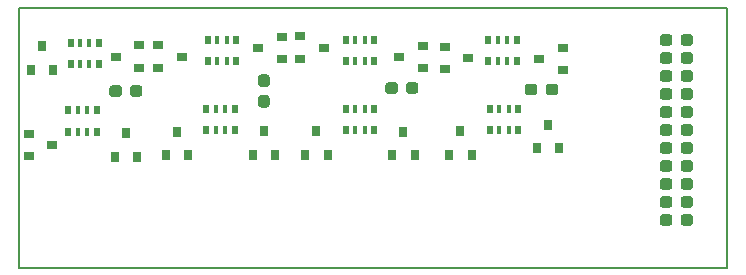
<source format=gbr>
G04 #@! TF.GenerationSoftware,KiCad,Pcbnew,(5.1.0-rc2-21-g16b3c80a7)*
G04 #@! TF.CreationDate,2019-05-25T16:35:41+02:00*
G04 #@! TF.ProjectId,Analog_Input_Module,416e616c-6f67-45f4-996e-7075745f4d6f,R2.1*
G04 #@! TF.SameCoordinates,Original*
G04 #@! TF.FileFunction,Paste,Top*
G04 #@! TF.FilePolarity,Positive*
%FSLAX46Y46*%
G04 Gerber Fmt 4.6, Leading zero omitted, Abs format (unit mm)*
G04 Created by KiCad (PCBNEW (5.1.0-rc2-21-g16b3c80a7)) date 2019-05-25 16:35:41*
%MOMM*%
%LPD*%
G04 APERTURE LIST*
%ADD10C,0.150000*%
%ADD11R,0.800000X0.900000*%
%ADD12R,0.900000X0.800000*%
%ADD13R,0.500000X0.800000*%
%ADD14R,0.400000X0.800000*%
%ADD15C,0.100000*%
%ADD16C,0.950000*%
G04 APERTURE END LIST*
D10*
X80000000Y-42000000D02*
X80000000Y-20000000D01*
X80000000Y-20000000D02*
X20000000Y-20000000D01*
X80000000Y-42000000D02*
X20000000Y-42000000D01*
X20000000Y-20000000D02*
X20000000Y-42000000D01*
D11*
X29083000Y-30623000D03*
X30033000Y-32623000D03*
X28133000Y-32623000D03*
X57404000Y-30432500D03*
X58354000Y-32432500D03*
X56454000Y-32432500D03*
D12*
X22844000Y-31623000D03*
X20844000Y-32573000D03*
X20844000Y-30673000D03*
D11*
X40767000Y-30432500D03*
X41717000Y-32432500D03*
X39817000Y-32432500D03*
D12*
X58086500Y-24257000D03*
X56086500Y-25207000D03*
X56086500Y-23307000D03*
X40275000Y-23431500D03*
X42275000Y-22481500D03*
X42275000Y-24381500D03*
X28210000Y-24130000D03*
X30210000Y-23180000D03*
X30210000Y-25080000D03*
D11*
X64833500Y-29908500D03*
X65783500Y-31908500D03*
X63883500Y-31908500D03*
D12*
X64087500Y-24320500D03*
X66087500Y-23370500D03*
X66087500Y-25270500D03*
D11*
X33401000Y-30496000D03*
X34351000Y-32496000D03*
X32451000Y-32496000D03*
D12*
X45831000Y-23368000D03*
X43831000Y-24318000D03*
X43831000Y-22418000D03*
D11*
X45212000Y-30432500D03*
X46162000Y-32432500D03*
X44262000Y-32432500D03*
D12*
X33829500Y-24130000D03*
X31829500Y-25080000D03*
X31829500Y-23180000D03*
X52213000Y-24193500D03*
X54213000Y-23243500D03*
X54213000Y-25143500D03*
D11*
X52578000Y-30496000D03*
X53528000Y-32496000D03*
X51628000Y-32496000D03*
X21971000Y-23257000D03*
X22921000Y-25257000D03*
X21021000Y-25257000D03*
D13*
X59760000Y-24522000D03*
D14*
X60560000Y-24522000D03*
D13*
X62160000Y-24522000D03*
D14*
X61360000Y-24522000D03*
D13*
X59760000Y-22722000D03*
D14*
X61360000Y-22722000D03*
X60560000Y-22722000D03*
D13*
X62160000Y-22722000D03*
X47714000Y-24522000D03*
D14*
X48514000Y-24522000D03*
D13*
X50114000Y-24522000D03*
D14*
X49314000Y-24522000D03*
D13*
X47714000Y-22722000D03*
D14*
X49314000Y-22722000D03*
X48514000Y-22722000D03*
D13*
X50114000Y-22722000D03*
X62287000Y-28564000D03*
D14*
X61487000Y-28564000D03*
D13*
X59887000Y-28564000D03*
D14*
X60687000Y-28564000D03*
D13*
X62287000Y-30364000D03*
D14*
X60687000Y-30364000D03*
X61487000Y-30364000D03*
D13*
X59887000Y-30364000D03*
X50095000Y-28564000D03*
D14*
X49295000Y-28564000D03*
D13*
X47695000Y-28564000D03*
D14*
X48495000Y-28564000D03*
D13*
X50095000Y-30364000D03*
D14*
X48495000Y-30364000D03*
X49295000Y-30364000D03*
D13*
X47695000Y-30364000D03*
X36011000Y-24522000D03*
D14*
X36811000Y-24522000D03*
D13*
X38411000Y-24522000D03*
D14*
X37611000Y-24522000D03*
D13*
X36011000Y-22722000D03*
D14*
X37611000Y-22722000D03*
X36811000Y-22722000D03*
D13*
X38411000Y-22722000D03*
X24390500Y-24776000D03*
D14*
X25190500Y-24776000D03*
D13*
X26790500Y-24776000D03*
D14*
X25990500Y-24776000D03*
D13*
X24390500Y-22976000D03*
D14*
X25990500Y-22976000D03*
X25190500Y-22976000D03*
D13*
X26790500Y-22976000D03*
X38284000Y-28564000D03*
D14*
X37484000Y-28564000D03*
D13*
X35884000Y-28564000D03*
D14*
X36684000Y-28564000D03*
D13*
X38284000Y-30364000D03*
D14*
X36684000Y-30364000D03*
X37484000Y-30364000D03*
D13*
X35884000Y-30364000D03*
X26600000Y-28691000D03*
D14*
X25800000Y-28691000D03*
D13*
X24200000Y-28691000D03*
D14*
X25000000Y-28691000D03*
D13*
X26600000Y-30491000D03*
D14*
X25000000Y-30491000D03*
X25800000Y-30491000D03*
D13*
X24200000Y-30491000D03*
D15*
G36*
X76877779Y-26831144D02*
G01*
X76900834Y-26834563D01*
X76923443Y-26840227D01*
X76945387Y-26848079D01*
X76966457Y-26858044D01*
X76986448Y-26870026D01*
X77005168Y-26883910D01*
X77022438Y-26899562D01*
X77038090Y-26916832D01*
X77051974Y-26935552D01*
X77063956Y-26955543D01*
X77073921Y-26976613D01*
X77081773Y-26998557D01*
X77087437Y-27021166D01*
X77090856Y-27044221D01*
X77092000Y-27067500D01*
X77092000Y-27542500D01*
X77090856Y-27565779D01*
X77087437Y-27588834D01*
X77081773Y-27611443D01*
X77073921Y-27633387D01*
X77063956Y-27654457D01*
X77051974Y-27674448D01*
X77038090Y-27693168D01*
X77022438Y-27710438D01*
X77005168Y-27726090D01*
X76986448Y-27739974D01*
X76966457Y-27751956D01*
X76945387Y-27761921D01*
X76923443Y-27769773D01*
X76900834Y-27775437D01*
X76877779Y-27778856D01*
X76854500Y-27780000D01*
X76279500Y-27780000D01*
X76256221Y-27778856D01*
X76233166Y-27775437D01*
X76210557Y-27769773D01*
X76188613Y-27761921D01*
X76167543Y-27751956D01*
X76147552Y-27739974D01*
X76128832Y-27726090D01*
X76111562Y-27710438D01*
X76095910Y-27693168D01*
X76082026Y-27674448D01*
X76070044Y-27654457D01*
X76060079Y-27633387D01*
X76052227Y-27611443D01*
X76046563Y-27588834D01*
X76043144Y-27565779D01*
X76042000Y-27542500D01*
X76042000Y-27067500D01*
X76043144Y-27044221D01*
X76046563Y-27021166D01*
X76052227Y-26998557D01*
X76060079Y-26976613D01*
X76070044Y-26955543D01*
X76082026Y-26935552D01*
X76095910Y-26916832D01*
X76111562Y-26899562D01*
X76128832Y-26883910D01*
X76147552Y-26870026D01*
X76167543Y-26858044D01*
X76188613Y-26848079D01*
X76210557Y-26840227D01*
X76233166Y-26834563D01*
X76256221Y-26831144D01*
X76279500Y-26830000D01*
X76854500Y-26830000D01*
X76877779Y-26831144D01*
X76877779Y-26831144D01*
G37*
D16*
X76567000Y-27305000D03*
D15*
G36*
X75127779Y-26831144D02*
G01*
X75150834Y-26834563D01*
X75173443Y-26840227D01*
X75195387Y-26848079D01*
X75216457Y-26858044D01*
X75236448Y-26870026D01*
X75255168Y-26883910D01*
X75272438Y-26899562D01*
X75288090Y-26916832D01*
X75301974Y-26935552D01*
X75313956Y-26955543D01*
X75323921Y-26976613D01*
X75331773Y-26998557D01*
X75337437Y-27021166D01*
X75340856Y-27044221D01*
X75342000Y-27067500D01*
X75342000Y-27542500D01*
X75340856Y-27565779D01*
X75337437Y-27588834D01*
X75331773Y-27611443D01*
X75323921Y-27633387D01*
X75313956Y-27654457D01*
X75301974Y-27674448D01*
X75288090Y-27693168D01*
X75272438Y-27710438D01*
X75255168Y-27726090D01*
X75236448Y-27739974D01*
X75216457Y-27751956D01*
X75195387Y-27761921D01*
X75173443Y-27769773D01*
X75150834Y-27775437D01*
X75127779Y-27778856D01*
X75104500Y-27780000D01*
X74529500Y-27780000D01*
X74506221Y-27778856D01*
X74483166Y-27775437D01*
X74460557Y-27769773D01*
X74438613Y-27761921D01*
X74417543Y-27751956D01*
X74397552Y-27739974D01*
X74378832Y-27726090D01*
X74361562Y-27710438D01*
X74345910Y-27693168D01*
X74332026Y-27674448D01*
X74320044Y-27654457D01*
X74310079Y-27633387D01*
X74302227Y-27611443D01*
X74296563Y-27588834D01*
X74293144Y-27565779D01*
X74292000Y-27542500D01*
X74292000Y-27067500D01*
X74293144Y-27044221D01*
X74296563Y-27021166D01*
X74302227Y-26998557D01*
X74310079Y-26976613D01*
X74320044Y-26955543D01*
X74332026Y-26935552D01*
X74345910Y-26916832D01*
X74361562Y-26899562D01*
X74378832Y-26883910D01*
X74397552Y-26870026D01*
X74417543Y-26858044D01*
X74438613Y-26848079D01*
X74460557Y-26840227D01*
X74483166Y-26834563D01*
X74506221Y-26831144D01*
X74529500Y-26830000D01*
X75104500Y-26830000D01*
X75127779Y-26831144D01*
X75127779Y-26831144D01*
G37*
D16*
X74817000Y-27305000D03*
D15*
G36*
X76877779Y-28355144D02*
G01*
X76900834Y-28358563D01*
X76923443Y-28364227D01*
X76945387Y-28372079D01*
X76966457Y-28382044D01*
X76986448Y-28394026D01*
X77005168Y-28407910D01*
X77022438Y-28423562D01*
X77038090Y-28440832D01*
X77051974Y-28459552D01*
X77063956Y-28479543D01*
X77073921Y-28500613D01*
X77081773Y-28522557D01*
X77087437Y-28545166D01*
X77090856Y-28568221D01*
X77092000Y-28591500D01*
X77092000Y-29066500D01*
X77090856Y-29089779D01*
X77087437Y-29112834D01*
X77081773Y-29135443D01*
X77073921Y-29157387D01*
X77063956Y-29178457D01*
X77051974Y-29198448D01*
X77038090Y-29217168D01*
X77022438Y-29234438D01*
X77005168Y-29250090D01*
X76986448Y-29263974D01*
X76966457Y-29275956D01*
X76945387Y-29285921D01*
X76923443Y-29293773D01*
X76900834Y-29299437D01*
X76877779Y-29302856D01*
X76854500Y-29304000D01*
X76279500Y-29304000D01*
X76256221Y-29302856D01*
X76233166Y-29299437D01*
X76210557Y-29293773D01*
X76188613Y-29285921D01*
X76167543Y-29275956D01*
X76147552Y-29263974D01*
X76128832Y-29250090D01*
X76111562Y-29234438D01*
X76095910Y-29217168D01*
X76082026Y-29198448D01*
X76070044Y-29178457D01*
X76060079Y-29157387D01*
X76052227Y-29135443D01*
X76046563Y-29112834D01*
X76043144Y-29089779D01*
X76042000Y-29066500D01*
X76042000Y-28591500D01*
X76043144Y-28568221D01*
X76046563Y-28545166D01*
X76052227Y-28522557D01*
X76060079Y-28500613D01*
X76070044Y-28479543D01*
X76082026Y-28459552D01*
X76095910Y-28440832D01*
X76111562Y-28423562D01*
X76128832Y-28407910D01*
X76147552Y-28394026D01*
X76167543Y-28382044D01*
X76188613Y-28372079D01*
X76210557Y-28364227D01*
X76233166Y-28358563D01*
X76256221Y-28355144D01*
X76279500Y-28354000D01*
X76854500Y-28354000D01*
X76877779Y-28355144D01*
X76877779Y-28355144D01*
G37*
D16*
X76567000Y-28829000D03*
D15*
G36*
X75127779Y-28355144D02*
G01*
X75150834Y-28358563D01*
X75173443Y-28364227D01*
X75195387Y-28372079D01*
X75216457Y-28382044D01*
X75236448Y-28394026D01*
X75255168Y-28407910D01*
X75272438Y-28423562D01*
X75288090Y-28440832D01*
X75301974Y-28459552D01*
X75313956Y-28479543D01*
X75323921Y-28500613D01*
X75331773Y-28522557D01*
X75337437Y-28545166D01*
X75340856Y-28568221D01*
X75342000Y-28591500D01*
X75342000Y-29066500D01*
X75340856Y-29089779D01*
X75337437Y-29112834D01*
X75331773Y-29135443D01*
X75323921Y-29157387D01*
X75313956Y-29178457D01*
X75301974Y-29198448D01*
X75288090Y-29217168D01*
X75272438Y-29234438D01*
X75255168Y-29250090D01*
X75236448Y-29263974D01*
X75216457Y-29275956D01*
X75195387Y-29285921D01*
X75173443Y-29293773D01*
X75150834Y-29299437D01*
X75127779Y-29302856D01*
X75104500Y-29304000D01*
X74529500Y-29304000D01*
X74506221Y-29302856D01*
X74483166Y-29299437D01*
X74460557Y-29293773D01*
X74438613Y-29285921D01*
X74417543Y-29275956D01*
X74397552Y-29263974D01*
X74378832Y-29250090D01*
X74361562Y-29234438D01*
X74345910Y-29217168D01*
X74332026Y-29198448D01*
X74320044Y-29178457D01*
X74310079Y-29157387D01*
X74302227Y-29135443D01*
X74296563Y-29112834D01*
X74293144Y-29089779D01*
X74292000Y-29066500D01*
X74292000Y-28591500D01*
X74293144Y-28568221D01*
X74296563Y-28545166D01*
X74302227Y-28522557D01*
X74310079Y-28500613D01*
X74320044Y-28479543D01*
X74332026Y-28459552D01*
X74345910Y-28440832D01*
X74361562Y-28423562D01*
X74378832Y-28407910D01*
X74397552Y-28394026D01*
X74417543Y-28382044D01*
X74438613Y-28372079D01*
X74460557Y-28364227D01*
X74483166Y-28358563D01*
X74506221Y-28355144D01*
X74529500Y-28354000D01*
X75104500Y-28354000D01*
X75127779Y-28355144D01*
X75127779Y-28355144D01*
G37*
D16*
X74817000Y-28829000D03*
D15*
G36*
X76877779Y-25307144D02*
G01*
X76900834Y-25310563D01*
X76923443Y-25316227D01*
X76945387Y-25324079D01*
X76966457Y-25334044D01*
X76986448Y-25346026D01*
X77005168Y-25359910D01*
X77022438Y-25375562D01*
X77038090Y-25392832D01*
X77051974Y-25411552D01*
X77063956Y-25431543D01*
X77073921Y-25452613D01*
X77081773Y-25474557D01*
X77087437Y-25497166D01*
X77090856Y-25520221D01*
X77092000Y-25543500D01*
X77092000Y-26018500D01*
X77090856Y-26041779D01*
X77087437Y-26064834D01*
X77081773Y-26087443D01*
X77073921Y-26109387D01*
X77063956Y-26130457D01*
X77051974Y-26150448D01*
X77038090Y-26169168D01*
X77022438Y-26186438D01*
X77005168Y-26202090D01*
X76986448Y-26215974D01*
X76966457Y-26227956D01*
X76945387Y-26237921D01*
X76923443Y-26245773D01*
X76900834Y-26251437D01*
X76877779Y-26254856D01*
X76854500Y-26256000D01*
X76279500Y-26256000D01*
X76256221Y-26254856D01*
X76233166Y-26251437D01*
X76210557Y-26245773D01*
X76188613Y-26237921D01*
X76167543Y-26227956D01*
X76147552Y-26215974D01*
X76128832Y-26202090D01*
X76111562Y-26186438D01*
X76095910Y-26169168D01*
X76082026Y-26150448D01*
X76070044Y-26130457D01*
X76060079Y-26109387D01*
X76052227Y-26087443D01*
X76046563Y-26064834D01*
X76043144Y-26041779D01*
X76042000Y-26018500D01*
X76042000Y-25543500D01*
X76043144Y-25520221D01*
X76046563Y-25497166D01*
X76052227Y-25474557D01*
X76060079Y-25452613D01*
X76070044Y-25431543D01*
X76082026Y-25411552D01*
X76095910Y-25392832D01*
X76111562Y-25375562D01*
X76128832Y-25359910D01*
X76147552Y-25346026D01*
X76167543Y-25334044D01*
X76188613Y-25324079D01*
X76210557Y-25316227D01*
X76233166Y-25310563D01*
X76256221Y-25307144D01*
X76279500Y-25306000D01*
X76854500Y-25306000D01*
X76877779Y-25307144D01*
X76877779Y-25307144D01*
G37*
D16*
X76567000Y-25781000D03*
D15*
G36*
X75127779Y-25307144D02*
G01*
X75150834Y-25310563D01*
X75173443Y-25316227D01*
X75195387Y-25324079D01*
X75216457Y-25334044D01*
X75236448Y-25346026D01*
X75255168Y-25359910D01*
X75272438Y-25375562D01*
X75288090Y-25392832D01*
X75301974Y-25411552D01*
X75313956Y-25431543D01*
X75323921Y-25452613D01*
X75331773Y-25474557D01*
X75337437Y-25497166D01*
X75340856Y-25520221D01*
X75342000Y-25543500D01*
X75342000Y-26018500D01*
X75340856Y-26041779D01*
X75337437Y-26064834D01*
X75331773Y-26087443D01*
X75323921Y-26109387D01*
X75313956Y-26130457D01*
X75301974Y-26150448D01*
X75288090Y-26169168D01*
X75272438Y-26186438D01*
X75255168Y-26202090D01*
X75236448Y-26215974D01*
X75216457Y-26227956D01*
X75195387Y-26237921D01*
X75173443Y-26245773D01*
X75150834Y-26251437D01*
X75127779Y-26254856D01*
X75104500Y-26256000D01*
X74529500Y-26256000D01*
X74506221Y-26254856D01*
X74483166Y-26251437D01*
X74460557Y-26245773D01*
X74438613Y-26237921D01*
X74417543Y-26227956D01*
X74397552Y-26215974D01*
X74378832Y-26202090D01*
X74361562Y-26186438D01*
X74345910Y-26169168D01*
X74332026Y-26150448D01*
X74320044Y-26130457D01*
X74310079Y-26109387D01*
X74302227Y-26087443D01*
X74296563Y-26064834D01*
X74293144Y-26041779D01*
X74292000Y-26018500D01*
X74292000Y-25543500D01*
X74293144Y-25520221D01*
X74296563Y-25497166D01*
X74302227Y-25474557D01*
X74310079Y-25452613D01*
X74320044Y-25431543D01*
X74332026Y-25411552D01*
X74345910Y-25392832D01*
X74361562Y-25375562D01*
X74378832Y-25359910D01*
X74397552Y-25346026D01*
X74417543Y-25334044D01*
X74438613Y-25324079D01*
X74460557Y-25316227D01*
X74483166Y-25310563D01*
X74506221Y-25307144D01*
X74529500Y-25306000D01*
X75104500Y-25306000D01*
X75127779Y-25307144D01*
X75127779Y-25307144D01*
G37*
D16*
X74817000Y-25781000D03*
D15*
G36*
X76877779Y-22259144D02*
G01*
X76900834Y-22262563D01*
X76923443Y-22268227D01*
X76945387Y-22276079D01*
X76966457Y-22286044D01*
X76986448Y-22298026D01*
X77005168Y-22311910D01*
X77022438Y-22327562D01*
X77038090Y-22344832D01*
X77051974Y-22363552D01*
X77063956Y-22383543D01*
X77073921Y-22404613D01*
X77081773Y-22426557D01*
X77087437Y-22449166D01*
X77090856Y-22472221D01*
X77092000Y-22495500D01*
X77092000Y-22970500D01*
X77090856Y-22993779D01*
X77087437Y-23016834D01*
X77081773Y-23039443D01*
X77073921Y-23061387D01*
X77063956Y-23082457D01*
X77051974Y-23102448D01*
X77038090Y-23121168D01*
X77022438Y-23138438D01*
X77005168Y-23154090D01*
X76986448Y-23167974D01*
X76966457Y-23179956D01*
X76945387Y-23189921D01*
X76923443Y-23197773D01*
X76900834Y-23203437D01*
X76877779Y-23206856D01*
X76854500Y-23208000D01*
X76279500Y-23208000D01*
X76256221Y-23206856D01*
X76233166Y-23203437D01*
X76210557Y-23197773D01*
X76188613Y-23189921D01*
X76167543Y-23179956D01*
X76147552Y-23167974D01*
X76128832Y-23154090D01*
X76111562Y-23138438D01*
X76095910Y-23121168D01*
X76082026Y-23102448D01*
X76070044Y-23082457D01*
X76060079Y-23061387D01*
X76052227Y-23039443D01*
X76046563Y-23016834D01*
X76043144Y-22993779D01*
X76042000Y-22970500D01*
X76042000Y-22495500D01*
X76043144Y-22472221D01*
X76046563Y-22449166D01*
X76052227Y-22426557D01*
X76060079Y-22404613D01*
X76070044Y-22383543D01*
X76082026Y-22363552D01*
X76095910Y-22344832D01*
X76111562Y-22327562D01*
X76128832Y-22311910D01*
X76147552Y-22298026D01*
X76167543Y-22286044D01*
X76188613Y-22276079D01*
X76210557Y-22268227D01*
X76233166Y-22262563D01*
X76256221Y-22259144D01*
X76279500Y-22258000D01*
X76854500Y-22258000D01*
X76877779Y-22259144D01*
X76877779Y-22259144D01*
G37*
D16*
X76567000Y-22733000D03*
D15*
G36*
X75127779Y-22259144D02*
G01*
X75150834Y-22262563D01*
X75173443Y-22268227D01*
X75195387Y-22276079D01*
X75216457Y-22286044D01*
X75236448Y-22298026D01*
X75255168Y-22311910D01*
X75272438Y-22327562D01*
X75288090Y-22344832D01*
X75301974Y-22363552D01*
X75313956Y-22383543D01*
X75323921Y-22404613D01*
X75331773Y-22426557D01*
X75337437Y-22449166D01*
X75340856Y-22472221D01*
X75342000Y-22495500D01*
X75342000Y-22970500D01*
X75340856Y-22993779D01*
X75337437Y-23016834D01*
X75331773Y-23039443D01*
X75323921Y-23061387D01*
X75313956Y-23082457D01*
X75301974Y-23102448D01*
X75288090Y-23121168D01*
X75272438Y-23138438D01*
X75255168Y-23154090D01*
X75236448Y-23167974D01*
X75216457Y-23179956D01*
X75195387Y-23189921D01*
X75173443Y-23197773D01*
X75150834Y-23203437D01*
X75127779Y-23206856D01*
X75104500Y-23208000D01*
X74529500Y-23208000D01*
X74506221Y-23206856D01*
X74483166Y-23203437D01*
X74460557Y-23197773D01*
X74438613Y-23189921D01*
X74417543Y-23179956D01*
X74397552Y-23167974D01*
X74378832Y-23154090D01*
X74361562Y-23138438D01*
X74345910Y-23121168D01*
X74332026Y-23102448D01*
X74320044Y-23082457D01*
X74310079Y-23061387D01*
X74302227Y-23039443D01*
X74296563Y-23016834D01*
X74293144Y-22993779D01*
X74292000Y-22970500D01*
X74292000Y-22495500D01*
X74293144Y-22472221D01*
X74296563Y-22449166D01*
X74302227Y-22426557D01*
X74310079Y-22404613D01*
X74320044Y-22383543D01*
X74332026Y-22363552D01*
X74345910Y-22344832D01*
X74361562Y-22327562D01*
X74378832Y-22311910D01*
X74397552Y-22298026D01*
X74417543Y-22286044D01*
X74438613Y-22276079D01*
X74460557Y-22268227D01*
X74483166Y-22262563D01*
X74506221Y-22259144D01*
X74529500Y-22258000D01*
X75104500Y-22258000D01*
X75127779Y-22259144D01*
X75127779Y-22259144D01*
G37*
D16*
X74817000Y-22733000D03*
D15*
G36*
X76877779Y-23783144D02*
G01*
X76900834Y-23786563D01*
X76923443Y-23792227D01*
X76945387Y-23800079D01*
X76966457Y-23810044D01*
X76986448Y-23822026D01*
X77005168Y-23835910D01*
X77022438Y-23851562D01*
X77038090Y-23868832D01*
X77051974Y-23887552D01*
X77063956Y-23907543D01*
X77073921Y-23928613D01*
X77081773Y-23950557D01*
X77087437Y-23973166D01*
X77090856Y-23996221D01*
X77092000Y-24019500D01*
X77092000Y-24494500D01*
X77090856Y-24517779D01*
X77087437Y-24540834D01*
X77081773Y-24563443D01*
X77073921Y-24585387D01*
X77063956Y-24606457D01*
X77051974Y-24626448D01*
X77038090Y-24645168D01*
X77022438Y-24662438D01*
X77005168Y-24678090D01*
X76986448Y-24691974D01*
X76966457Y-24703956D01*
X76945387Y-24713921D01*
X76923443Y-24721773D01*
X76900834Y-24727437D01*
X76877779Y-24730856D01*
X76854500Y-24732000D01*
X76279500Y-24732000D01*
X76256221Y-24730856D01*
X76233166Y-24727437D01*
X76210557Y-24721773D01*
X76188613Y-24713921D01*
X76167543Y-24703956D01*
X76147552Y-24691974D01*
X76128832Y-24678090D01*
X76111562Y-24662438D01*
X76095910Y-24645168D01*
X76082026Y-24626448D01*
X76070044Y-24606457D01*
X76060079Y-24585387D01*
X76052227Y-24563443D01*
X76046563Y-24540834D01*
X76043144Y-24517779D01*
X76042000Y-24494500D01*
X76042000Y-24019500D01*
X76043144Y-23996221D01*
X76046563Y-23973166D01*
X76052227Y-23950557D01*
X76060079Y-23928613D01*
X76070044Y-23907543D01*
X76082026Y-23887552D01*
X76095910Y-23868832D01*
X76111562Y-23851562D01*
X76128832Y-23835910D01*
X76147552Y-23822026D01*
X76167543Y-23810044D01*
X76188613Y-23800079D01*
X76210557Y-23792227D01*
X76233166Y-23786563D01*
X76256221Y-23783144D01*
X76279500Y-23782000D01*
X76854500Y-23782000D01*
X76877779Y-23783144D01*
X76877779Y-23783144D01*
G37*
D16*
X76567000Y-24257000D03*
D15*
G36*
X75127779Y-23783144D02*
G01*
X75150834Y-23786563D01*
X75173443Y-23792227D01*
X75195387Y-23800079D01*
X75216457Y-23810044D01*
X75236448Y-23822026D01*
X75255168Y-23835910D01*
X75272438Y-23851562D01*
X75288090Y-23868832D01*
X75301974Y-23887552D01*
X75313956Y-23907543D01*
X75323921Y-23928613D01*
X75331773Y-23950557D01*
X75337437Y-23973166D01*
X75340856Y-23996221D01*
X75342000Y-24019500D01*
X75342000Y-24494500D01*
X75340856Y-24517779D01*
X75337437Y-24540834D01*
X75331773Y-24563443D01*
X75323921Y-24585387D01*
X75313956Y-24606457D01*
X75301974Y-24626448D01*
X75288090Y-24645168D01*
X75272438Y-24662438D01*
X75255168Y-24678090D01*
X75236448Y-24691974D01*
X75216457Y-24703956D01*
X75195387Y-24713921D01*
X75173443Y-24721773D01*
X75150834Y-24727437D01*
X75127779Y-24730856D01*
X75104500Y-24732000D01*
X74529500Y-24732000D01*
X74506221Y-24730856D01*
X74483166Y-24727437D01*
X74460557Y-24721773D01*
X74438613Y-24713921D01*
X74417543Y-24703956D01*
X74397552Y-24691974D01*
X74378832Y-24678090D01*
X74361562Y-24662438D01*
X74345910Y-24645168D01*
X74332026Y-24626448D01*
X74320044Y-24606457D01*
X74310079Y-24585387D01*
X74302227Y-24563443D01*
X74296563Y-24540834D01*
X74293144Y-24517779D01*
X74292000Y-24494500D01*
X74292000Y-24019500D01*
X74293144Y-23996221D01*
X74296563Y-23973166D01*
X74302227Y-23950557D01*
X74310079Y-23928613D01*
X74320044Y-23907543D01*
X74332026Y-23887552D01*
X74345910Y-23868832D01*
X74361562Y-23851562D01*
X74378832Y-23835910D01*
X74397552Y-23822026D01*
X74417543Y-23810044D01*
X74438613Y-23800079D01*
X74460557Y-23792227D01*
X74483166Y-23786563D01*
X74506221Y-23783144D01*
X74529500Y-23782000D01*
X75104500Y-23782000D01*
X75127779Y-23783144D01*
X75127779Y-23783144D01*
G37*
D16*
X74817000Y-24257000D03*
D15*
G36*
X76877779Y-32927144D02*
G01*
X76900834Y-32930563D01*
X76923443Y-32936227D01*
X76945387Y-32944079D01*
X76966457Y-32954044D01*
X76986448Y-32966026D01*
X77005168Y-32979910D01*
X77022438Y-32995562D01*
X77038090Y-33012832D01*
X77051974Y-33031552D01*
X77063956Y-33051543D01*
X77073921Y-33072613D01*
X77081773Y-33094557D01*
X77087437Y-33117166D01*
X77090856Y-33140221D01*
X77092000Y-33163500D01*
X77092000Y-33638500D01*
X77090856Y-33661779D01*
X77087437Y-33684834D01*
X77081773Y-33707443D01*
X77073921Y-33729387D01*
X77063956Y-33750457D01*
X77051974Y-33770448D01*
X77038090Y-33789168D01*
X77022438Y-33806438D01*
X77005168Y-33822090D01*
X76986448Y-33835974D01*
X76966457Y-33847956D01*
X76945387Y-33857921D01*
X76923443Y-33865773D01*
X76900834Y-33871437D01*
X76877779Y-33874856D01*
X76854500Y-33876000D01*
X76279500Y-33876000D01*
X76256221Y-33874856D01*
X76233166Y-33871437D01*
X76210557Y-33865773D01*
X76188613Y-33857921D01*
X76167543Y-33847956D01*
X76147552Y-33835974D01*
X76128832Y-33822090D01*
X76111562Y-33806438D01*
X76095910Y-33789168D01*
X76082026Y-33770448D01*
X76070044Y-33750457D01*
X76060079Y-33729387D01*
X76052227Y-33707443D01*
X76046563Y-33684834D01*
X76043144Y-33661779D01*
X76042000Y-33638500D01*
X76042000Y-33163500D01*
X76043144Y-33140221D01*
X76046563Y-33117166D01*
X76052227Y-33094557D01*
X76060079Y-33072613D01*
X76070044Y-33051543D01*
X76082026Y-33031552D01*
X76095910Y-33012832D01*
X76111562Y-32995562D01*
X76128832Y-32979910D01*
X76147552Y-32966026D01*
X76167543Y-32954044D01*
X76188613Y-32944079D01*
X76210557Y-32936227D01*
X76233166Y-32930563D01*
X76256221Y-32927144D01*
X76279500Y-32926000D01*
X76854500Y-32926000D01*
X76877779Y-32927144D01*
X76877779Y-32927144D01*
G37*
D16*
X76567000Y-33401000D03*
D15*
G36*
X75127779Y-32927144D02*
G01*
X75150834Y-32930563D01*
X75173443Y-32936227D01*
X75195387Y-32944079D01*
X75216457Y-32954044D01*
X75236448Y-32966026D01*
X75255168Y-32979910D01*
X75272438Y-32995562D01*
X75288090Y-33012832D01*
X75301974Y-33031552D01*
X75313956Y-33051543D01*
X75323921Y-33072613D01*
X75331773Y-33094557D01*
X75337437Y-33117166D01*
X75340856Y-33140221D01*
X75342000Y-33163500D01*
X75342000Y-33638500D01*
X75340856Y-33661779D01*
X75337437Y-33684834D01*
X75331773Y-33707443D01*
X75323921Y-33729387D01*
X75313956Y-33750457D01*
X75301974Y-33770448D01*
X75288090Y-33789168D01*
X75272438Y-33806438D01*
X75255168Y-33822090D01*
X75236448Y-33835974D01*
X75216457Y-33847956D01*
X75195387Y-33857921D01*
X75173443Y-33865773D01*
X75150834Y-33871437D01*
X75127779Y-33874856D01*
X75104500Y-33876000D01*
X74529500Y-33876000D01*
X74506221Y-33874856D01*
X74483166Y-33871437D01*
X74460557Y-33865773D01*
X74438613Y-33857921D01*
X74417543Y-33847956D01*
X74397552Y-33835974D01*
X74378832Y-33822090D01*
X74361562Y-33806438D01*
X74345910Y-33789168D01*
X74332026Y-33770448D01*
X74320044Y-33750457D01*
X74310079Y-33729387D01*
X74302227Y-33707443D01*
X74296563Y-33684834D01*
X74293144Y-33661779D01*
X74292000Y-33638500D01*
X74292000Y-33163500D01*
X74293144Y-33140221D01*
X74296563Y-33117166D01*
X74302227Y-33094557D01*
X74310079Y-33072613D01*
X74320044Y-33051543D01*
X74332026Y-33031552D01*
X74345910Y-33012832D01*
X74361562Y-32995562D01*
X74378832Y-32979910D01*
X74397552Y-32966026D01*
X74417543Y-32954044D01*
X74438613Y-32944079D01*
X74460557Y-32936227D01*
X74483166Y-32930563D01*
X74506221Y-32927144D01*
X74529500Y-32926000D01*
X75104500Y-32926000D01*
X75127779Y-32927144D01*
X75127779Y-32927144D01*
G37*
D16*
X74817000Y-33401000D03*
D15*
G36*
X75127779Y-29879144D02*
G01*
X75150834Y-29882563D01*
X75173443Y-29888227D01*
X75195387Y-29896079D01*
X75216457Y-29906044D01*
X75236448Y-29918026D01*
X75255168Y-29931910D01*
X75272438Y-29947562D01*
X75288090Y-29964832D01*
X75301974Y-29983552D01*
X75313956Y-30003543D01*
X75323921Y-30024613D01*
X75331773Y-30046557D01*
X75337437Y-30069166D01*
X75340856Y-30092221D01*
X75342000Y-30115500D01*
X75342000Y-30590500D01*
X75340856Y-30613779D01*
X75337437Y-30636834D01*
X75331773Y-30659443D01*
X75323921Y-30681387D01*
X75313956Y-30702457D01*
X75301974Y-30722448D01*
X75288090Y-30741168D01*
X75272438Y-30758438D01*
X75255168Y-30774090D01*
X75236448Y-30787974D01*
X75216457Y-30799956D01*
X75195387Y-30809921D01*
X75173443Y-30817773D01*
X75150834Y-30823437D01*
X75127779Y-30826856D01*
X75104500Y-30828000D01*
X74529500Y-30828000D01*
X74506221Y-30826856D01*
X74483166Y-30823437D01*
X74460557Y-30817773D01*
X74438613Y-30809921D01*
X74417543Y-30799956D01*
X74397552Y-30787974D01*
X74378832Y-30774090D01*
X74361562Y-30758438D01*
X74345910Y-30741168D01*
X74332026Y-30722448D01*
X74320044Y-30702457D01*
X74310079Y-30681387D01*
X74302227Y-30659443D01*
X74296563Y-30636834D01*
X74293144Y-30613779D01*
X74292000Y-30590500D01*
X74292000Y-30115500D01*
X74293144Y-30092221D01*
X74296563Y-30069166D01*
X74302227Y-30046557D01*
X74310079Y-30024613D01*
X74320044Y-30003543D01*
X74332026Y-29983552D01*
X74345910Y-29964832D01*
X74361562Y-29947562D01*
X74378832Y-29931910D01*
X74397552Y-29918026D01*
X74417543Y-29906044D01*
X74438613Y-29896079D01*
X74460557Y-29888227D01*
X74483166Y-29882563D01*
X74506221Y-29879144D01*
X74529500Y-29878000D01*
X75104500Y-29878000D01*
X75127779Y-29879144D01*
X75127779Y-29879144D01*
G37*
D16*
X74817000Y-30353000D03*
D15*
G36*
X76877779Y-29879144D02*
G01*
X76900834Y-29882563D01*
X76923443Y-29888227D01*
X76945387Y-29896079D01*
X76966457Y-29906044D01*
X76986448Y-29918026D01*
X77005168Y-29931910D01*
X77022438Y-29947562D01*
X77038090Y-29964832D01*
X77051974Y-29983552D01*
X77063956Y-30003543D01*
X77073921Y-30024613D01*
X77081773Y-30046557D01*
X77087437Y-30069166D01*
X77090856Y-30092221D01*
X77092000Y-30115500D01*
X77092000Y-30590500D01*
X77090856Y-30613779D01*
X77087437Y-30636834D01*
X77081773Y-30659443D01*
X77073921Y-30681387D01*
X77063956Y-30702457D01*
X77051974Y-30722448D01*
X77038090Y-30741168D01*
X77022438Y-30758438D01*
X77005168Y-30774090D01*
X76986448Y-30787974D01*
X76966457Y-30799956D01*
X76945387Y-30809921D01*
X76923443Y-30817773D01*
X76900834Y-30823437D01*
X76877779Y-30826856D01*
X76854500Y-30828000D01*
X76279500Y-30828000D01*
X76256221Y-30826856D01*
X76233166Y-30823437D01*
X76210557Y-30817773D01*
X76188613Y-30809921D01*
X76167543Y-30799956D01*
X76147552Y-30787974D01*
X76128832Y-30774090D01*
X76111562Y-30758438D01*
X76095910Y-30741168D01*
X76082026Y-30722448D01*
X76070044Y-30702457D01*
X76060079Y-30681387D01*
X76052227Y-30659443D01*
X76046563Y-30636834D01*
X76043144Y-30613779D01*
X76042000Y-30590500D01*
X76042000Y-30115500D01*
X76043144Y-30092221D01*
X76046563Y-30069166D01*
X76052227Y-30046557D01*
X76060079Y-30024613D01*
X76070044Y-30003543D01*
X76082026Y-29983552D01*
X76095910Y-29964832D01*
X76111562Y-29947562D01*
X76128832Y-29931910D01*
X76147552Y-29918026D01*
X76167543Y-29906044D01*
X76188613Y-29896079D01*
X76210557Y-29888227D01*
X76233166Y-29882563D01*
X76256221Y-29879144D01*
X76279500Y-29878000D01*
X76854500Y-29878000D01*
X76877779Y-29879144D01*
X76877779Y-29879144D01*
G37*
D16*
X76567000Y-30353000D03*
D15*
G36*
X75127779Y-34451144D02*
G01*
X75150834Y-34454563D01*
X75173443Y-34460227D01*
X75195387Y-34468079D01*
X75216457Y-34478044D01*
X75236448Y-34490026D01*
X75255168Y-34503910D01*
X75272438Y-34519562D01*
X75288090Y-34536832D01*
X75301974Y-34555552D01*
X75313956Y-34575543D01*
X75323921Y-34596613D01*
X75331773Y-34618557D01*
X75337437Y-34641166D01*
X75340856Y-34664221D01*
X75342000Y-34687500D01*
X75342000Y-35162500D01*
X75340856Y-35185779D01*
X75337437Y-35208834D01*
X75331773Y-35231443D01*
X75323921Y-35253387D01*
X75313956Y-35274457D01*
X75301974Y-35294448D01*
X75288090Y-35313168D01*
X75272438Y-35330438D01*
X75255168Y-35346090D01*
X75236448Y-35359974D01*
X75216457Y-35371956D01*
X75195387Y-35381921D01*
X75173443Y-35389773D01*
X75150834Y-35395437D01*
X75127779Y-35398856D01*
X75104500Y-35400000D01*
X74529500Y-35400000D01*
X74506221Y-35398856D01*
X74483166Y-35395437D01*
X74460557Y-35389773D01*
X74438613Y-35381921D01*
X74417543Y-35371956D01*
X74397552Y-35359974D01*
X74378832Y-35346090D01*
X74361562Y-35330438D01*
X74345910Y-35313168D01*
X74332026Y-35294448D01*
X74320044Y-35274457D01*
X74310079Y-35253387D01*
X74302227Y-35231443D01*
X74296563Y-35208834D01*
X74293144Y-35185779D01*
X74292000Y-35162500D01*
X74292000Y-34687500D01*
X74293144Y-34664221D01*
X74296563Y-34641166D01*
X74302227Y-34618557D01*
X74310079Y-34596613D01*
X74320044Y-34575543D01*
X74332026Y-34555552D01*
X74345910Y-34536832D01*
X74361562Y-34519562D01*
X74378832Y-34503910D01*
X74397552Y-34490026D01*
X74417543Y-34478044D01*
X74438613Y-34468079D01*
X74460557Y-34460227D01*
X74483166Y-34454563D01*
X74506221Y-34451144D01*
X74529500Y-34450000D01*
X75104500Y-34450000D01*
X75127779Y-34451144D01*
X75127779Y-34451144D01*
G37*
D16*
X74817000Y-34925000D03*
D15*
G36*
X76877779Y-34451144D02*
G01*
X76900834Y-34454563D01*
X76923443Y-34460227D01*
X76945387Y-34468079D01*
X76966457Y-34478044D01*
X76986448Y-34490026D01*
X77005168Y-34503910D01*
X77022438Y-34519562D01*
X77038090Y-34536832D01*
X77051974Y-34555552D01*
X77063956Y-34575543D01*
X77073921Y-34596613D01*
X77081773Y-34618557D01*
X77087437Y-34641166D01*
X77090856Y-34664221D01*
X77092000Y-34687500D01*
X77092000Y-35162500D01*
X77090856Y-35185779D01*
X77087437Y-35208834D01*
X77081773Y-35231443D01*
X77073921Y-35253387D01*
X77063956Y-35274457D01*
X77051974Y-35294448D01*
X77038090Y-35313168D01*
X77022438Y-35330438D01*
X77005168Y-35346090D01*
X76986448Y-35359974D01*
X76966457Y-35371956D01*
X76945387Y-35381921D01*
X76923443Y-35389773D01*
X76900834Y-35395437D01*
X76877779Y-35398856D01*
X76854500Y-35400000D01*
X76279500Y-35400000D01*
X76256221Y-35398856D01*
X76233166Y-35395437D01*
X76210557Y-35389773D01*
X76188613Y-35381921D01*
X76167543Y-35371956D01*
X76147552Y-35359974D01*
X76128832Y-35346090D01*
X76111562Y-35330438D01*
X76095910Y-35313168D01*
X76082026Y-35294448D01*
X76070044Y-35274457D01*
X76060079Y-35253387D01*
X76052227Y-35231443D01*
X76046563Y-35208834D01*
X76043144Y-35185779D01*
X76042000Y-35162500D01*
X76042000Y-34687500D01*
X76043144Y-34664221D01*
X76046563Y-34641166D01*
X76052227Y-34618557D01*
X76060079Y-34596613D01*
X76070044Y-34575543D01*
X76082026Y-34555552D01*
X76095910Y-34536832D01*
X76111562Y-34519562D01*
X76128832Y-34503910D01*
X76147552Y-34490026D01*
X76167543Y-34478044D01*
X76188613Y-34468079D01*
X76210557Y-34460227D01*
X76233166Y-34454563D01*
X76256221Y-34451144D01*
X76279500Y-34450000D01*
X76854500Y-34450000D01*
X76877779Y-34451144D01*
X76877779Y-34451144D01*
G37*
D16*
X76567000Y-34925000D03*
D15*
G36*
X75127779Y-35975144D02*
G01*
X75150834Y-35978563D01*
X75173443Y-35984227D01*
X75195387Y-35992079D01*
X75216457Y-36002044D01*
X75236448Y-36014026D01*
X75255168Y-36027910D01*
X75272438Y-36043562D01*
X75288090Y-36060832D01*
X75301974Y-36079552D01*
X75313956Y-36099543D01*
X75323921Y-36120613D01*
X75331773Y-36142557D01*
X75337437Y-36165166D01*
X75340856Y-36188221D01*
X75342000Y-36211500D01*
X75342000Y-36686500D01*
X75340856Y-36709779D01*
X75337437Y-36732834D01*
X75331773Y-36755443D01*
X75323921Y-36777387D01*
X75313956Y-36798457D01*
X75301974Y-36818448D01*
X75288090Y-36837168D01*
X75272438Y-36854438D01*
X75255168Y-36870090D01*
X75236448Y-36883974D01*
X75216457Y-36895956D01*
X75195387Y-36905921D01*
X75173443Y-36913773D01*
X75150834Y-36919437D01*
X75127779Y-36922856D01*
X75104500Y-36924000D01*
X74529500Y-36924000D01*
X74506221Y-36922856D01*
X74483166Y-36919437D01*
X74460557Y-36913773D01*
X74438613Y-36905921D01*
X74417543Y-36895956D01*
X74397552Y-36883974D01*
X74378832Y-36870090D01*
X74361562Y-36854438D01*
X74345910Y-36837168D01*
X74332026Y-36818448D01*
X74320044Y-36798457D01*
X74310079Y-36777387D01*
X74302227Y-36755443D01*
X74296563Y-36732834D01*
X74293144Y-36709779D01*
X74292000Y-36686500D01*
X74292000Y-36211500D01*
X74293144Y-36188221D01*
X74296563Y-36165166D01*
X74302227Y-36142557D01*
X74310079Y-36120613D01*
X74320044Y-36099543D01*
X74332026Y-36079552D01*
X74345910Y-36060832D01*
X74361562Y-36043562D01*
X74378832Y-36027910D01*
X74397552Y-36014026D01*
X74417543Y-36002044D01*
X74438613Y-35992079D01*
X74460557Y-35984227D01*
X74483166Y-35978563D01*
X74506221Y-35975144D01*
X74529500Y-35974000D01*
X75104500Y-35974000D01*
X75127779Y-35975144D01*
X75127779Y-35975144D01*
G37*
D16*
X74817000Y-36449000D03*
D15*
G36*
X76877779Y-35975144D02*
G01*
X76900834Y-35978563D01*
X76923443Y-35984227D01*
X76945387Y-35992079D01*
X76966457Y-36002044D01*
X76986448Y-36014026D01*
X77005168Y-36027910D01*
X77022438Y-36043562D01*
X77038090Y-36060832D01*
X77051974Y-36079552D01*
X77063956Y-36099543D01*
X77073921Y-36120613D01*
X77081773Y-36142557D01*
X77087437Y-36165166D01*
X77090856Y-36188221D01*
X77092000Y-36211500D01*
X77092000Y-36686500D01*
X77090856Y-36709779D01*
X77087437Y-36732834D01*
X77081773Y-36755443D01*
X77073921Y-36777387D01*
X77063956Y-36798457D01*
X77051974Y-36818448D01*
X77038090Y-36837168D01*
X77022438Y-36854438D01*
X77005168Y-36870090D01*
X76986448Y-36883974D01*
X76966457Y-36895956D01*
X76945387Y-36905921D01*
X76923443Y-36913773D01*
X76900834Y-36919437D01*
X76877779Y-36922856D01*
X76854500Y-36924000D01*
X76279500Y-36924000D01*
X76256221Y-36922856D01*
X76233166Y-36919437D01*
X76210557Y-36913773D01*
X76188613Y-36905921D01*
X76167543Y-36895956D01*
X76147552Y-36883974D01*
X76128832Y-36870090D01*
X76111562Y-36854438D01*
X76095910Y-36837168D01*
X76082026Y-36818448D01*
X76070044Y-36798457D01*
X76060079Y-36777387D01*
X76052227Y-36755443D01*
X76046563Y-36732834D01*
X76043144Y-36709779D01*
X76042000Y-36686500D01*
X76042000Y-36211500D01*
X76043144Y-36188221D01*
X76046563Y-36165166D01*
X76052227Y-36142557D01*
X76060079Y-36120613D01*
X76070044Y-36099543D01*
X76082026Y-36079552D01*
X76095910Y-36060832D01*
X76111562Y-36043562D01*
X76128832Y-36027910D01*
X76147552Y-36014026D01*
X76167543Y-36002044D01*
X76188613Y-35992079D01*
X76210557Y-35984227D01*
X76233166Y-35978563D01*
X76256221Y-35975144D01*
X76279500Y-35974000D01*
X76854500Y-35974000D01*
X76877779Y-35975144D01*
X76877779Y-35975144D01*
G37*
D16*
X76567000Y-36449000D03*
D15*
G36*
X75127779Y-31403144D02*
G01*
X75150834Y-31406563D01*
X75173443Y-31412227D01*
X75195387Y-31420079D01*
X75216457Y-31430044D01*
X75236448Y-31442026D01*
X75255168Y-31455910D01*
X75272438Y-31471562D01*
X75288090Y-31488832D01*
X75301974Y-31507552D01*
X75313956Y-31527543D01*
X75323921Y-31548613D01*
X75331773Y-31570557D01*
X75337437Y-31593166D01*
X75340856Y-31616221D01*
X75342000Y-31639500D01*
X75342000Y-32114500D01*
X75340856Y-32137779D01*
X75337437Y-32160834D01*
X75331773Y-32183443D01*
X75323921Y-32205387D01*
X75313956Y-32226457D01*
X75301974Y-32246448D01*
X75288090Y-32265168D01*
X75272438Y-32282438D01*
X75255168Y-32298090D01*
X75236448Y-32311974D01*
X75216457Y-32323956D01*
X75195387Y-32333921D01*
X75173443Y-32341773D01*
X75150834Y-32347437D01*
X75127779Y-32350856D01*
X75104500Y-32352000D01*
X74529500Y-32352000D01*
X74506221Y-32350856D01*
X74483166Y-32347437D01*
X74460557Y-32341773D01*
X74438613Y-32333921D01*
X74417543Y-32323956D01*
X74397552Y-32311974D01*
X74378832Y-32298090D01*
X74361562Y-32282438D01*
X74345910Y-32265168D01*
X74332026Y-32246448D01*
X74320044Y-32226457D01*
X74310079Y-32205387D01*
X74302227Y-32183443D01*
X74296563Y-32160834D01*
X74293144Y-32137779D01*
X74292000Y-32114500D01*
X74292000Y-31639500D01*
X74293144Y-31616221D01*
X74296563Y-31593166D01*
X74302227Y-31570557D01*
X74310079Y-31548613D01*
X74320044Y-31527543D01*
X74332026Y-31507552D01*
X74345910Y-31488832D01*
X74361562Y-31471562D01*
X74378832Y-31455910D01*
X74397552Y-31442026D01*
X74417543Y-31430044D01*
X74438613Y-31420079D01*
X74460557Y-31412227D01*
X74483166Y-31406563D01*
X74506221Y-31403144D01*
X74529500Y-31402000D01*
X75104500Y-31402000D01*
X75127779Y-31403144D01*
X75127779Y-31403144D01*
G37*
D16*
X74817000Y-31877000D03*
D15*
G36*
X76877779Y-31403144D02*
G01*
X76900834Y-31406563D01*
X76923443Y-31412227D01*
X76945387Y-31420079D01*
X76966457Y-31430044D01*
X76986448Y-31442026D01*
X77005168Y-31455910D01*
X77022438Y-31471562D01*
X77038090Y-31488832D01*
X77051974Y-31507552D01*
X77063956Y-31527543D01*
X77073921Y-31548613D01*
X77081773Y-31570557D01*
X77087437Y-31593166D01*
X77090856Y-31616221D01*
X77092000Y-31639500D01*
X77092000Y-32114500D01*
X77090856Y-32137779D01*
X77087437Y-32160834D01*
X77081773Y-32183443D01*
X77073921Y-32205387D01*
X77063956Y-32226457D01*
X77051974Y-32246448D01*
X77038090Y-32265168D01*
X77022438Y-32282438D01*
X77005168Y-32298090D01*
X76986448Y-32311974D01*
X76966457Y-32323956D01*
X76945387Y-32333921D01*
X76923443Y-32341773D01*
X76900834Y-32347437D01*
X76877779Y-32350856D01*
X76854500Y-32352000D01*
X76279500Y-32352000D01*
X76256221Y-32350856D01*
X76233166Y-32347437D01*
X76210557Y-32341773D01*
X76188613Y-32333921D01*
X76167543Y-32323956D01*
X76147552Y-32311974D01*
X76128832Y-32298090D01*
X76111562Y-32282438D01*
X76095910Y-32265168D01*
X76082026Y-32246448D01*
X76070044Y-32226457D01*
X76060079Y-32205387D01*
X76052227Y-32183443D01*
X76046563Y-32160834D01*
X76043144Y-32137779D01*
X76042000Y-32114500D01*
X76042000Y-31639500D01*
X76043144Y-31616221D01*
X76046563Y-31593166D01*
X76052227Y-31570557D01*
X76060079Y-31548613D01*
X76070044Y-31527543D01*
X76082026Y-31507552D01*
X76095910Y-31488832D01*
X76111562Y-31471562D01*
X76128832Y-31455910D01*
X76147552Y-31442026D01*
X76167543Y-31430044D01*
X76188613Y-31420079D01*
X76210557Y-31412227D01*
X76233166Y-31406563D01*
X76256221Y-31403144D01*
X76279500Y-31402000D01*
X76854500Y-31402000D01*
X76877779Y-31403144D01*
X76877779Y-31403144D01*
G37*
D16*
X76567000Y-31877000D03*
D15*
G36*
X75127779Y-37499144D02*
G01*
X75150834Y-37502563D01*
X75173443Y-37508227D01*
X75195387Y-37516079D01*
X75216457Y-37526044D01*
X75236448Y-37538026D01*
X75255168Y-37551910D01*
X75272438Y-37567562D01*
X75288090Y-37584832D01*
X75301974Y-37603552D01*
X75313956Y-37623543D01*
X75323921Y-37644613D01*
X75331773Y-37666557D01*
X75337437Y-37689166D01*
X75340856Y-37712221D01*
X75342000Y-37735500D01*
X75342000Y-38210500D01*
X75340856Y-38233779D01*
X75337437Y-38256834D01*
X75331773Y-38279443D01*
X75323921Y-38301387D01*
X75313956Y-38322457D01*
X75301974Y-38342448D01*
X75288090Y-38361168D01*
X75272438Y-38378438D01*
X75255168Y-38394090D01*
X75236448Y-38407974D01*
X75216457Y-38419956D01*
X75195387Y-38429921D01*
X75173443Y-38437773D01*
X75150834Y-38443437D01*
X75127779Y-38446856D01*
X75104500Y-38448000D01*
X74529500Y-38448000D01*
X74506221Y-38446856D01*
X74483166Y-38443437D01*
X74460557Y-38437773D01*
X74438613Y-38429921D01*
X74417543Y-38419956D01*
X74397552Y-38407974D01*
X74378832Y-38394090D01*
X74361562Y-38378438D01*
X74345910Y-38361168D01*
X74332026Y-38342448D01*
X74320044Y-38322457D01*
X74310079Y-38301387D01*
X74302227Y-38279443D01*
X74296563Y-38256834D01*
X74293144Y-38233779D01*
X74292000Y-38210500D01*
X74292000Y-37735500D01*
X74293144Y-37712221D01*
X74296563Y-37689166D01*
X74302227Y-37666557D01*
X74310079Y-37644613D01*
X74320044Y-37623543D01*
X74332026Y-37603552D01*
X74345910Y-37584832D01*
X74361562Y-37567562D01*
X74378832Y-37551910D01*
X74397552Y-37538026D01*
X74417543Y-37526044D01*
X74438613Y-37516079D01*
X74460557Y-37508227D01*
X74483166Y-37502563D01*
X74506221Y-37499144D01*
X74529500Y-37498000D01*
X75104500Y-37498000D01*
X75127779Y-37499144D01*
X75127779Y-37499144D01*
G37*
D16*
X74817000Y-37973000D03*
D15*
G36*
X76877779Y-37499144D02*
G01*
X76900834Y-37502563D01*
X76923443Y-37508227D01*
X76945387Y-37516079D01*
X76966457Y-37526044D01*
X76986448Y-37538026D01*
X77005168Y-37551910D01*
X77022438Y-37567562D01*
X77038090Y-37584832D01*
X77051974Y-37603552D01*
X77063956Y-37623543D01*
X77073921Y-37644613D01*
X77081773Y-37666557D01*
X77087437Y-37689166D01*
X77090856Y-37712221D01*
X77092000Y-37735500D01*
X77092000Y-38210500D01*
X77090856Y-38233779D01*
X77087437Y-38256834D01*
X77081773Y-38279443D01*
X77073921Y-38301387D01*
X77063956Y-38322457D01*
X77051974Y-38342448D01*
X77038090Y-38361168D01*
X77022438Y-38378438D01*
X77005168Y-38394090D01*
X76986448Y-38407974D01*
X76966457Y-38419956D01*
X76945387Y-38429921D01*
X76923443Y-38437773D01*
X76900834Y-38443437D01*
X76877779Y-38446856D01*
X76854500Y-38448000D01*
X76279500Y-38448000D01*
X76256221Y-38446856D01*
X76233166Y-38443437D01*
X76210557Y-38437773D01*
X76188613Y-38429921D01*
X76167543Y-38419956D01*
X76147552Y-38407974D01*
X76128832Y-38394090D01*
X76111562Y-38378438D01*
X76095910Y-38361168D01*
X76082026Y-38342448D01*
X76070044Y-38322457D01*
X76060079Y-38301387D01*
X76052227Y-38279443D01*
X76046563Y-38256834D01*
X76043144Y-38233779D01*
X76042000Y-38210500D01*
X76042000Y-37735500D01*
X76043144Y-37712221D01*
X76046563Y-37689166D01*
X76052227Y-37666557D01*
X76060079Y-37644613D01*
X76070044Y-37623543D01*
X76082026Y-37603552D01*
X76095910Y-37584832D01*
X76111562Y-37567562D01*
X76128832Y-37551910D01*
X76147552Y-37538026D01*
X76167543Y-37526044D01*
X76188613Y-37516079D01*
X76210557Y-37508227D01*
X76233166Y-37502563D01*
X76256221Y-37499144D01*
X76279500Y-37498000D01*
X76854500Y-37498000D01*
X76877779Y-37499144D01*
X76877779Y-37499144D01*
G37*
D16*
X76567000Y-37973000D03*
D15*
G36*
X41027779Y-25652144D02*
G01*
X41050834Y-25655563D01*
X41073443Y-25661227D01*
X41095387Y-25669079D01*
X41116457Y-25679044D01*
X41136448Y-25691026D01*
X41155168Y-25704910D01*
X41172438Y-25720562D01*
X41188090Y-25737832D01*
X41201974Y-25756552D01*
X41213956Y-25776543D01*
X41223921Y-25797613D01*
X41231773Y-25819557D01*
X41237437Y-25842166D01*
X41240856Y-25865221D01*
X41242000Y-25888500D01*
X41242000Y-26463500D01*
X41240856Y-26486779D01*
X41237437Y-26509834D01*
X41231773Y-26532443D01*
X41223921Y-26554387D01*
X41213956Y-26575457D01*
X41201974Y-26595448D01*
X41188090Y-26614168D01*
X41172438Y-26631438D01*
X41155168Y-26647090D01*
X41136448Y-26660974D01*
X41116457Y-26672956D01*
X41095387Y-26682921D01*
X41073443Y-26690773D01*
X41050834Y-26696437D01*
X41027779Y-26699856D01*
X41004500Y-26701000D01*
X40529500Y-26701000D01*
X40506221Y-26699856D01*
X40483166Y-26696437D01*
X40460557Y-26690773D01*
X40438613Y-26682921D01*
X40417543Y-26672956D01*
X40397552Y-26660974D01*
X40378832Y-26647090D01*
X40361562Y-26631438D01*
X40345910Y-26614168D01*
X40332026Y-26595448D01*
X40320044Y-26575457D01*
X40310079Y-26554387D01*
X40302227Y-26532443D01*
X40296563Y-26509834D01*
X40293144Y-26486779D01*
X40292000Y-26463500D01*
X40292000Y-25888500D01*
X40293144Y-25865221D01*
X40296563Y-25842166D01*
X40302227Y-25819557D01*
X40310079Y-25797613D01*
X40320044Y-25776543D01*
X40332026Y-25756552D01*
X40345910Y-25737832D01*
X40361562Y-25720562D01*
X40378832Y-25704910D01*
X40397552Y-25691026D01*
X40417543Y-25679044D01*
X40438613Y-25669079D01*
X40460557Y-25661227D01*
X40483166Y-25655563D01*
X40506221Y-25652144D01*
X40529500Y-25651000D01*
X41004500Y-25651000D01*
X41027779Y-25652144D01*
X41027779Y-25652144D01*
G37*
D16*
X40767000Y-26176000D03*
D15*
G36*
X41027779Y-27402144D02*
G01*
X41050834Y-27405563D01*
X41073443Y-27411227D01*
X41095387Y-27419079D01*
X41116457Y-27429044D01*
X41136448Y-27441026D01*
X41155168Y-27454910D01*
X41172438Y-27470562D01*
X41188090Y-27487832D01*
X41201974Y-27506552D01*
X41213956Y-27526543D01*
X41223921Y-27547613D01*
X41231773Y-27569557D01*
X41237437Y-27592166D01*
X41240856Y-27615221D01*
X41242000Y-27638500D01*
X41242000Y-28213500D01*
X41240856Y-28236779D01*
X41237437Y-28259834D01*
X41231773Y-28282443D01*
X41223921Y-28304387D01*
X41213956Y-28325457D01*
X41201974Y-28345448D01*
X41188090Y-28364168D01*
X41172438Y-28381438D01*
X41155168Y-28397090D01*
X41136448Y-28410974D01*
X41116457Y-28422956D01*
X41095387Y-28432921D01*
X41073443Y-28440773D01*
X41050834Y-28446437D01*
X41027779Y-28449856D01*
X41004500Y-28451000D01*
X40529500Y-28451000D01*
X40506221Y-28449856D01*
X40483166Y-28446437D01*
X40460557Y-28440773D01*
X40438613Y-28432921D01*
X40417543Y-28422956D01*
X40397552Y-28410974D01*
X40378832Y-28397090D01*
X40361562Y-28381438D01*
X40345910Y-28364168D01*
X40332026Y-28345448D01*
X40320044Y-28325457D01*
X40310079Y-28304387D01*
X40302227Y-28282443D01*
X40296563Y-28259834D01*
X40293144Y-28236779D01*
X40292000Y-28213500D01*
X40292000Y-27638500D01*
X40293144Y-27615221D01*
X40296563Y-27592166D01*
X40302227Y-27569557D01*
X40310079Y-27547613D01*
X40320044Y-27526543D01*
X40332026Y-27506552D01*
X40345910Y-27487832D01*
X40361562Y-27470562D01*
X40378832Y-27454910D01*
X40397552Y-27441026D01*
X40417543Y-27429044D01*
X40438613Y-27419079D01*
X40460557Y-27411227D01*
X40483166Y-27405563D01*
X40506221Y-27402144D01*
X40529500Y-27401000D01*
X41004500Y-27401000D01*
X41027779Y-27402144D01*
X41027779Y-27402144D01*
G37*
D16*
X40767000Y-27926000D03*
D15*
G36*
X53636779Y-26323144D02*
G01*
X53659834Y-26326563D01*
X53682443Y-26332227D01*
X53704387Y-26340079D01*
X53725457Y-26350044D01*
X53745448Y-26362026D01*
X53764168Y-26375910D01*
X53781438Y-26391562D01*
X53797090Y-26408832D01*
X53810974Y-26427552D01*
X53822956Y-26447543D01*
X53832921Y-26468613D01*
X53840773Y-26490557D01*
X53846437Y-26513166D01*
X53849856Y-26536221D01*
X53851000Y-26559500D01*
X53851000Y-27034500D01*
X53849856Y-27057779D01*
X53846437Y-27080834D01*
X53840773Y-27103443D01*
X53832921Y-27125387D01*
X53822956Y-27146457D01*
X53810974Y-27166448D01*
X53797090Y-27185168D01*
X53781438Y-27202438D01*
X53764168Y-27218090D01*
X53745448Y-27231974D01*
X53725457Y-27243956D01*
X53704387Y-27253921D01*
X53682443Y-27261773D01*
X53659834Y-27267437D01*
X53636779Y-27270856D01*
X53613500Y-27272000D01*
X53038500Y-27272000D01*
X53015221Y-27270856D01*
X52992166Y-27267437D01*
X52969557Y-27261773D01*
X52947613Y-27253921D01*
X52926543Y-27243956D01*
X52906552Y-27231974D01*
X52887832Y-27218090D01*
X52870562Y-27202438D01*
X52854910Y-27185168D01*
X52841026Y-27166448D01*
X52829044Y-27146457D01*
X52819079Y-27125387D01*
X52811227Y-27103443D01*
X52805563Y-27080834D01*
X52802144Y-27057779D01*
X52801000Y-27034500D01*
X52801000Y-26559500D01*
X52802144Y-26536221D01*
X52805563Y-26513166D01*
X52811227Y-26490557D01*
X52819079Y-26468613D01*
X52829044Y-26447543D01*
X52841026Y-26427552D01*
X52854910Y-26408832D01*
X52870562Y-26391562D01*
X52887832Y-26375910D01*
X52906552Y-26362026D01*
X52926543Y-26350044D01*
X52947613Y-26340079D01*
X52969557Y-26332227D01*
X52992166Y-26326563D01*
X53015221Y-26323144D01*
X53038500Y-26322000D01*
X53613500Y-26322000D01*
X53636779Y-26323144D01*
X53636779Y-26323144D01*
G37*
D16*
X53326000Y-26797000D03*
D15*
G36*
X51886779Y-26323144D02*
G01*
X51909834Y-26326563D01*
X51932443Y-26332227D01*
X51954387Y-26340079D01*
X51975457Y-26350044D01*
X51995448Y-26362026D01*
X52014168Y-26375910D01*
X52031438Y-26391562D01*
X52047090Y-26408832D01*
X52060974Y-26427552D01*
X52072956Y-26447543D01*
X52082921Y-26468613D01*
X52090773Y-26490557D01*
X52096437Y-26513166D01*
X52099856Y-26536221D01*
X52101000Y-26559500D01*
X52101000Y-27034500D01*
X52099856Y-27057779D01*
X52096437Y-27080834D01*
X52090773Y-27103443D01*
X52082921Y-27125387D01*
X52072956Y-27146457D01*
X52060974Y-27166448D01*
X52047090Y-27185168D01*
X52031438Y-27202438D01*
X52014168Y-27218090D01*
X51995448Y-27231974D01*
X51975457Y-27243956D01*
X51954387Y-27253921D01*
X51932443Y-27261773D01*
X51909834Y-27267437D01*
X51886779Y-27270856D01*
X51863500Y-27272000D01*
X51288500Y-27272000D01*
X51265221Y-27270856D01*
X51242166Y-27267437D01*
X51219557Y-27261773D01*
X51197613Y-27253921D01*
X51176543Y-27243956D01*
X51156552Y-27231974D01*
X51137832Y-27218090D01*
X51120562Y-27202438D01*
X51104910Y-27185168D01*
X51091026Y-27166448D01*
X51079044Y-27146457D01*
X51069079Y-27125387D01*
X51061227Y-27103443D01*
X51055563Y-27080834D01*
X51052144Y-27057779D01*
X51051000Y-27034500D01*
X51051000Y-26559500D01*
X51052144Y-26536221D01*
X51055563Y-26513166D01*
X51061227Y-26490557D01*
X51069079Y-26468613D01*
X51079044Y-26447543D01*
X51091026Y-26427552D01*
X51104910Y-26408832D01*
X51120562Y-26391562D01*
X51137832Y-26375910D01*
X51156552Y-26362026D01*
X51176543Y-26350044D01*
X51197613Y-26340079D01*
X51219557Y-26332227D01*
X51242166Y-26326563D01*
X51265221Y-26323144D01*
X51288500Y-26322000D01*
X51863500Y-26322000D01*
X51886779Y-26323144D01*
X51886779Y-26323144D01*
G37*
D16*
X51576000Y-26797000D03*
D15*
G36*
X65447779Y-26450144D02*
G01*
X65470834Y-26453563D01*
X65493443Y-26459227D01*
X65515387Y-26467079D01*
X65536457Y-26477044D01*
X65556448Y-26489026D01*
X65575168Y-26502910D01*
X65592438Y-26518562D01*
X65608090Y-26535832D01*
X65621974Y-26554552D01*
X65633956Y-26574543D01*
X65643921Y-26595613D01*
X65651773Y-26617557D01*
X65657437Y-26640166D01*
X65660856Y-26663221D01*
X65662000Y-26686500D01*
X65662000Y-27161500D01*
X65660856Y-27184779D01*
X65657437Y-27207834D01*
X65651773Y-27230443D01*
X65643921Y-27252387D01*
X65633956Y-27273457D01*
X65621974Y-27293448D01*
X65608090Y-27312168D01*
X65592438Y-27329438D01*
X65575168Y-27345090D01*
X65556448Y-27358974D01*
X65536457Y-27370956D01*
X65515387Y-27380921D01*
X65493443Y-27388773D01*
X65470834Y-27394437D01*
X65447779Y-27397856D01*
X65424500Y-27399000D01*
X64849500Y-27399000D01*
X64826221Y-27397856D01*
X64803166Y-27394437D01*
X64780557Y-27388773D01*
X64758613Y-27380921D01*
X64737543Y-27370956D01*
X64717552Y-27358974D01*
X64698832Y-27345090D01*
X64681562Y-27329438D01*
X64665910Y-27312168D01*
X64652026Y-27293448D01*
X64640044Y-27273457D01*
X64630079Y-27252387D01*
X64622227Y-27230443D01*
X64616563Y-27207834D01*
X64613144Y-27184779D01*
X64612000Y-27161500D01*
X64612000Y-26686500D01*
X64613144Y-26663221D01*
X64616563Y-26640166D01*
X64622227Y-26617557D01*
X64630079Y-26595613D01*
X64640044Y-26574543D01*
X64652026Y-26554552D01*
X64665910Y-26535832D01*
X64681562Y-26518562D01*
X64698832Y-26502910D01*
X64717552Y-26489026D01*
X64737543Y-26477044D01*
X64758613Y-26467079D01*
X64780557Y-26459227D01*
X64803166Y-26453563D01*
X64826221Y-26450144D01*
X64849500Y-26449000D01*
X65424500Y-26449000D01*
X65447779Y-26450144D01*
X65447779Y-26450144D01*
G37*
D16*
X65137000Y-26924000D03*
D15*
G36*
X63697779Y-26450144D02*
G01*
X63720834Y-26453563D01*
X63743443Y-26459227D01*
X63765387Y-26467079D01*
X63786457Y-26477044D01*
X63806448Y-26489026D01*
X63825168Y-26502910D01*
X63842438Y-26518562D01*
X63858090Y-26535832D01*
X63871974Y-26554552D01*
X63883956Y-26574543D01*
X63893921Y-26595613D01*
X63901773Y-26617557D01*
X63907437Y-26640166D01*
X63910856Y-26663221D01*
X63912000Y-26686500D01*
X63912000Y-27161500D01*
X63910856Y-27184779D01*
X63907437Y-27207834D01*
X63901773Y-27230443D01*
X63893921Y-27252387D01*
X63883956Y-27273457D01*
X63871974Y-27293448D01*
X63858090Y-27312168D01*
X63842438Y-27329438D01*
X63825168Y-27345090D01*
X63806448Y-27358974D01*
X63786457Y-27370956D01*
X63765387Y-27380921D01*
X63743443Y-27388773D01*
X63720834Y-27394437D01*
X63697779Y-27397856D01*
X63674500Y-27399000D01*
X63099500Y-27399000D01*
X63076221Y-27397856D01*
X63053166Y-27394437D01*
X63030557Y-27388773D01*
X63008613Y-27380921D01*
X62987543Y-27370956D01*
X62967552Y-27358974D01*
X62948832Y-27345090D01*
X62931562Y-27329438D01*
X62915910Y-27312168D01*
X62902026Y-27293448D01*
X62890044Y-27273457D01*
X62880079Y-27252387D01*
X62872227Y-27230443D01*
X62866563Y-27207834D01*
X62863144Y-27184779D01*
X62862000Y-27161500D01*
X62862000Y-26686500D01*
X62863144Y-26663221D01*
X62866563Y-26640166D01*
X62872227Y-26617557D01*
X62880079Y-26595613D01*
X62890044Y-26574543D01*
X62902026Y-26554552D01*
X62915910Y-26535832D01*
X62931562Y-26518562D01*
X62948832Y-26502910D01*
X62967552Y-26489026D01*
X62987543Y-26477044D01*
X63008613Y-26467079D01*
X63030557Y-26459227D01*
X63053166Y-26453563D01*
X63076221Y-26450144D01*
X63099500Y-26449000D01*
X63674500Y-26449000D01*
X63697779Y-26450144D01*
X63697779Y-26450144D01*
G37*
D16*
X63387000Y-26924000D03*
D15*
G36*
X30268779Y-26577144D02*
G01*
X30291834Y-26580563D01*
X30314443Y-26586227D01*
X30336387Y-26594079D01*
X30357457Y-26604044D01*
X30377448Y-26616026D01*
X30396168Y-26629910D01*
X30413438Y-26645562D01*
X30429090Y-26662832D01*
X30442974Y-26681552D01*
X30454956Y-26701543D01*
X30464921Y-26722613D01*
X30472773Y-26744557D01*
X30478437Y-26767166D01*
X30481856Y-26790221D01*
X30483000Y-26813500D01*
X30483000Y-27288500D01*
X30481856Y-27311779D01*
X30478437Y-27334834D01*
X30472773Y-27357443D01*
X30464921Y-27379387D01*
X30454956Y-27400457D01*
X30442974Y-27420448D01*
X30429090Y-27439168D01*
X30413438Y-27456438D01*
X30396168Y-27472090D01*
X30377448Y-27485974D01*
X30357457Y-27497956D01*
X30336387Y-27507921D01*
X30314443Y-27515773D01*
X30291834Y-27521437D01*
X30268779Y-27524856D01*
X30245500Y-27526000D01*
X29670500Y-27526000D01*
X29647221Y-27524856D01*
X29624166Y-27521437D01*
X29601557Y-27515773D01*
X29579613Y-27507921D01*
X29558543Y-27497956D01*
X29538552Y-27485974D01*
X29519832Y-27472090D01*
X29502562Y-27456438D01*
X29486910Y-27439168D01*
X29473026Y-27420448D01*
X29461044Y-27400457D01*
X29451079Y-27379387D01*
X29443227Y-27357443D01*
X29437563Y-27334834D01*
X29434144Y-27311779D01*
X29433000Y-27288500D01*
X29433000Y-26813500D01*
X29434144Y-26790221D01*
X29437563Y-26767166D01*
X29443227Y-26744557D01*
X29451079Y-26722613D01*
X29461044Y-26701543D01*
X29473026Y-26681552D01*
X29486910Y-26662832D01*
X29502562Y-26645562D01*
X29519832Y-26629910D01*
X29538552Y-26616026D01*
X29558543Y-26604044D01*
X29579613Y-26594079D01*
X29601557Y-26586227D01*
X29624166Y-26580563D01*
X29647221Y-26577144D01*
X29670500Y-26576000D01*
X30245500Y-26576000D01*
X30268779Y-26577144D01*
X30268779Y-26577144D01*
G37*
D16*
X29958000Y-27051000D03*
D15*
G36*
X28518779Y-26577144D02*
G01*
X28541834Y-26580563D01*
X28564443Y-26586227D01*
X28586387Y-26594079D01*
X28607457Y-26604044D01*
X28627448Y-26616026D01*
X28646168Y-26629910D01*
X28663438Y-26645562D01*
X28679090Y-26662832D01*
X28692974Y-26681552D01*
X28704956Y-26701543D01*
X28714921Y-26722613D01*
X28722773Y-26744557D01*
X28728437Y-26767166D01*
X28731856Y-26790221D01*
X28733000Y-26813500D01*
X28733000Y-27288500D01*
X28731856Y-27311779D01*
X28728437Y-27334834D01*
X28722773Y-27357443D01*
X28714921Y-27379387D01*
X28704956Y-27400457D01*
X28692974Y-27420448D01*
X28679090Y-27439168D01*
X28663438Y-27456438D01*
X28646168Y-27472090D01*
X28627448Y-27485974D01*
X28607457Y-27497956D01*
X28586387Y-27507921D01*
X28564443Y-27515773D01*
X28541834Y-27521437D01*
X28518779Y-27524856D01*
X28495500Y-27526000D01*
X27920500Y-27526000D01*
X27897221Y-27524856D01*
X27874166Y-27521437D01*
X27851557Y-27515773D01*
X27829613Y-27507921D01*
X27808543Y-27497956D01*
X27788552Y-27485974D01*
X27769832Y-27472090D01*
X27752562Y-27456438D01*
X27736910Y-27439168D01*
X27723026Y-27420448D01*
X27711044Y-27400457D01*
X27701079Y-27379387D01*
X27693227Y-27357443D01*
X27687563Y-27334834D01*
X27684144Y-27311779D01*
X27683000Y-27288500D01*
X27683000Y-26813500D01*
X27684144Y-26790221D01*
X27687563Y-26767166D01*
X27693227Y-26744557D01*
X27701079Y-26722613D01*
X27711044Y-26701543D01*
X27723026Y-26681552D01*
X27736910Y-26662832D01*
X27752562Y-26645562D01*
X27769832Y-26629910D01*
X27788552Y-26616026D01*
X27808543Y-26604044D01*
X27829613Y-26594079D01*
X27851557Y-26586227D01*
X27874166Y-26580563D01*
X27897221Y-26577144D01*
X27920500Y-26576000D01*
X28495500Y-26576000D01*
X28518779Y-26577144D01*
X28518779Y-26577144D01*
G37*
D16*
X28208000Y-27051000D03*
M02*

</source>
